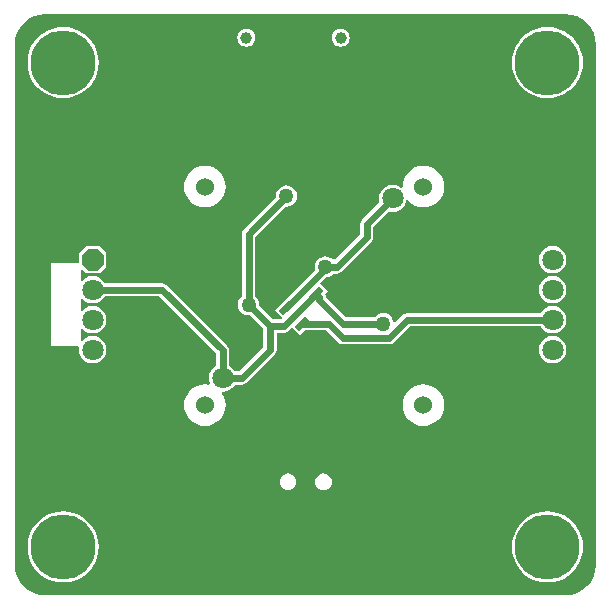
<source format=gbl>
G04 Layer_Physical_Order=2*
G04 Layer_Color=16711680*
%FSLAX44Y44*%
%MOMM*%
G71*
G01*
G75*
%ADD18C,0.6000*%
%ADD19C,1.8000*%
%ADD20C,1.0000*%
%ADD21P,1.9483X8X292.5*%
%ADD22C,1.5240*%
%ADD23C,5.5000*%
%ADD24C,1.2700*%
G04:AMPARAMS|DCode=25|XSize=1.2mm|YSize=0.55mm|CornerRadius=0mm|HoleSize=0mm|Usage=FLASHONLY|Rotation=45.000|XOffset=0mm|YOffset=0mm|HoleType=Round|Shape=Rectangle|*
%AMROTATEDRECTD25*
4,1,4,-0.2298,-0.6187,-0.6187,-0.2298,0.2298,0.6187,0.6187,0.2298,-0.2298,-0.6187,0.0*
%
%ADD25ROTATEDRECTD25*%

G36*
X475109Y495686D02*
X480022Y494196D01*
X484550Y491775D01*
X488518Y488518D01*
X491776Y484550D01*
X494196Y480022D01*
X495686Y475109D01*
X496165Y470248D01*
X496115Y470000D01*
X496115Y30000D01*
X496165Y29752D01*
X495686Y24891D01*
X494196Y19978D01*
X491776Y15450D01*
X488518Y11481D01*
X484550Y8224D01*
X480022Y5804D01*
X475109Y4314D01*
X470248Y3835D01*
X470000Y3885D01*
X30000Y3885D01*
X29752Y3835D01*
X24891Y4314D01*
X19978Y5804D01*
X15450Y8224D01*
X11481Y11481D01*
X8225Y15450D01*
X5804Y19978D01*
X4314Y24891D01*
X3934Y28750D01*
X3885Y30000D01*
X3885Y30000D01*
X3885Y31252D01*
X3885Y470000D01*
X3835Y470248D01*
X4314Y475109D01*
X5804Y480022D01*
X8225Y484550D01*
X11481Y488518D01*
X15450Y491775D01*
X19978Y494196D01*
X24891Y495686D01*
X29752Y496165D01*
X30000Y496115D01*
X470000Y496115D01*
X470248Y496165D01*
X475109Y495686D01*
D02*
G37*
%LPC*%
G36*
X350000Y182625D02*
X346562Y182286D01*
X343255Y181283D01*
X340208Y179655D01*
X337537Y177463D01*
X335345Y174792D01*
X333717Y171745D01*
X332714Y168438D01*
X332375Y165000D01*
X332714Y161562D01*
X333717Y158255D01*
X335345Y155208D01*
X337537Y152537D01*
X340208Y150345D01*
X343255Y148717D01*
X346562Y147714D01*
X350000Y147375D01*
X353438Y147714D01*
X356745Y148717D01*
X359792Y150345D01*
X362463Y152537D01*
X364655Y155208D01*
X366283Y158255D01*
X367286Y161562D01*
X367625Y165000D01*
X367286Y168438D01*
X366283Y171745D01*
X364655Y174792D01*
X362463Y177463D01*
X359792Y179655D01*
X356745Y181283D01*
X353438Y182286D01*
X350000Y182625D01*
D02*
G37*
G36*
X459500Y223540D02*
X456488Y223143D01*
X453680Y221980D01*
X451270Y220130D01*
X449420Y217720D01*
X448257Y214912D01*
X447860Y211900D01*
X448257Y208888D01*
X449420Y206080D01*
X451270Y203670D01*
X453680Y201820D01*
X456488Y200657D01*
X459500Y200261D01*
X462513Y200657D01*
X465320Y201820D01*
X467730Y203670D01*
X469580Y206080D01*
X470743Y208888D01*
X471139Y211900D01*
X470743Y214912D01*
X469580Y217720D01*
X467730Y220130D01*
X465320Y221980D01*
X462513Y223143D01*
X459500Y223540D01*
D02*
G37*
G36*
Y274340D02*
X456488Y273943D01*
X453680Y272780D01*
X451270Y270930D01*
X449420Y268520D01*
X448257Y265713D01*
X447860Y262700D01*
X448257Y259687D01*
X449420Y256880D01*
X451270Y254470D01*
X453680Y252620D01*
X456488Y251457D01*
X459500Y251060D01*
X462513Y251457D01*
X465320Y252620D01*
X467730Y254470D01*
X469580Y256880D01*
X470743Y259687D01*
X471139Y262700D01*
X470743Y265713D01*
X469580Y268520D01*
X467730Y270930D01*
X465320Y272780D01*
X462513Y273943D01*
X459500Y274340D01*
D02*
G37*
G36*
X265395Y107101D02*
X263557Y106859D01*
X261844Y106149D01*
X260374Y105021D01*
X259245Y103550D01*
X258536Y101838D01*
X258294Y100000D01*
X258536Y98162D01*
X259245Y96450D01*
X260374Y94979D01*
X261844Y93851D01*
X263557Y93141D01*
X265395Y92899D01*
X267233Y93141D01*
X268945Y93851D01*
X270416Y94979D01*
X271544Y96450D01*
X272254Y98162D01*
X272495Y100000D01*
X272254Y101838D01*
X271544Y103550D01*
X270416Y105021D01*
X268945Y106149D01*
X267233Y106859D01*
X265395Y107101D01*
D02*
G37*
G36*
X45000Y75133D02*
X40286Y74762D01*
X35688Y73658D01*
X31320Y71849D01*
X27288Y69378D01*
X23693Y66307D01*
X20622Y62712D01*
X18151Y58680D01*
X16342Y54311D01*
X15238Y49714D01*
X14867Y45000D01*
X15238Y40286D01*
X16342Y35688D01*
X18151Y31320D01*
X20622Y27288D01*
X23693Y23693D01*
X27288Y20622D01*
X31320Y18151D01*
X35688Y16342D01*
X40286Y15238D01*
X45000Y14867D01*
X49714Y15238D01*
X54312Y16342D01*
X58680Y18151D01*
X62712Y20622D01*
X66307Y23693D01*
X69378Y27288D01*
X71849Y31320D01*
X73658Y35688D01*
X74762Y40286D01*
X75133Y45000D01*
X74762Y49714D01*
X73658Y54311D01*
X71849Y58680D01*
X69378Y62712D01*
X66307Y66307D01*
X62712Y69378D01*
X58680Y71849D01*
X54312Y73658D01*
X49714Y74762D01*
X45000Y75133D01*
D02*
G37*
G36*
X455000D02*
X450286Y74762D01*
X445689Y73658D01*
X441320Y71849D01*
X437288Y69378D01*
X433693Y66307D01*
X430622Y62712D01*
X428151Y58680D01*
X426342Y54311D01*
X425238Y49714D01*
X424867Y45000D01*
X425238Y40286D01*
X426342Y35688D01*
X428151Y31320D01*
X430622Y27288D01*
X433693Y23693D01*
X437288Y20622D01*
X441320Y18151D01*
X445689Y16342D01*
X450286Y15238D01*
X455000Y14867D01*
X459714Y15238D01*
X464312Y16342D01*
X468680Y18151D01*
X472712Y20622D01*
X476307Y23693D01*
X479378Y27288D01*
X481849Y31320D01*
X483658Y35688D01*
X484762Y40286D01*
X485133Y45000D01*
X484762Y49714D01*
X483658Y54311D01*
X481849Y58680D01*
X479378Y62712D01*
X476307Y66307D01*
X472712Y69378D01*
X468680Y71849D01*
X464312Y73658D01*
X459714Y74762D01*
X455000Y75133D01*
D02*
G37*
G36*
X235395Y107101D02*
X233557Y106859D01*
X231844Y106149D01*
X230374Y105021D01*
X229245Y103550D01*
X228536Y101838D01*
X228294Y100000D01*
X228536Y98162D01*
X229245Y96450D01*
X230374Y94979D01*
X231844Y93851D01*
X233557Y93141D01*
X235395Y92899D01*
X237233Y93141D01*
X238945Y93851D01*
X240416Y94979D01*
X241544Y96450D01*
X242254Y98162D01*
X242496Y100000D01*
X242254Y101838D01*
X241544Y103550D01*
X240416Y105021D01*
X238945Y106149D01*
X237233Y106859D01*
X235395Y107101D01*
D02*
G37*
G36*
X455000Y485133D02*
X450286Y484762D01*
X445689Y483658D01*
X441320Y481849D01*
X437288Y479378D01*
X433693Y476307D01*
X430622Y472712D01*
X428151Y468680D01*
X426342Y464312D01*
X425238Y459714D01*
X424867Y455000D01*
X425238Y450286D01*
X426342Y445688D01*
X428151Y441320D01*
X430622Y437288D01*
X433693Y433693D01*
X437288Y430622D01*
X441320Y428151D01*
X445689Y426342D01*
X450286Y425238D01*
X455000Y424867D01*
X459714Y425238D01*
X464312Y426342D01*
X468680Y428151D01*
X472712Y430622D01*
X476307Y433693D01*
X479378Y437288D01*
X481849Y441320D01*
X483658Y445688D01*
X484762Y450286D01*
X485133Y455000D01*
X484762Y459714D01*
X483658Y464312D01*
X481849Y468680D01*
X479378Y472712D01*
X476307Y476307D01*
X472712Y479378D01*
X468680Y481849D01*
X464312Y483658D01*
X459714Y484762D01*
X455000Y485133D01*
D02*
G37*
G36*
X200000Y483605D02*
X198032Y483346D01*
X196197Y482586D01*
X194622Y481378D01*
X193414Y479803D01*
X192654Y477968D01*
X192395Y476000D01*
X192654Y474032D01*
X193414Y472197D01*
X194622Y470622D01*
X196197Y469414D01*
X198032Y468654D01*
X200000Y468395D01*
X201968Y468654D01*
X203803Y469414D01*
X205378Y470622D01*
X206586Y472197D01*
X207346Y474032D01*
X207605Y476000D01*
X207346Y477968D01*
X206586Y479803D01*
X205378Y481378D01*
X203803Y482586D01*
X201968Y483346D01*
X200000Y483605D01*
D02*
G37*
G36*
X280000D02*
X278032Y483346D01*
X276197Y482586D01*
X274622Y481378D01*
X273414Y479803D01*
X272654Y477968D01*
X272395Y476000D01*
X272654Y474032D01*
X273414Y472197D01*
X274622Y470622D01*
X276197Y469414D01*
X278032Y468654D01*
X280000Y468395D01*
X281968Y468654D01*
X283803Y469414D01*
X285378Y470622D01*
X286586Y472197D01*
X287346Y474032D01*
X287605Y476000D01*
X287346Y477968D01*
X286586Y479803D01*
X285378Y481378D01*
X283803Y482586D01*
X281968Y483346D01*
X280000Y483605D01*
D02*
G37*
G36*
X45000Y485133D02*
X40286Y484762D01*
X35688Y483658D01*
X31320Y481849D01*
X27288Y479378D01*
X23693Y476307D01*
X20622Y472712D01*
X18151Y468680D01*
X16342Y464312D01*
X15238Y459714D01*
X14867Y455000D01*
X15238Y450286D01*
X16342Y445688D01*
X18151Y441320D01*
X20622Y437288D01*
X23693Y433693D01*
X27288Y430622D01*
X31320Y428151D01*
X35688Y426342D01*
X40286Y425238D01*
X45000Y424867D01*
X49714Y425238D01*
X54312Y426342D01*
X58680Y428151D01*
X62712Y430622D01*
X66307Y433693D01*
X69378Y437288D01*
X71849Y441320D01*
X73658Y445688D01*
X74762Y450286D01*
X75133Y455000D01*
X74762Y459714D01*
X73658Y464312D01*
X71849Y468680D01*
X69378Y472712D01*
X66307Y476307D01*
X62712Y479378D01*
X58680Y481849D01*
X54312Y483658D01*
X49714Y484762D01*
X45000Y485133D01*
D02*
G37*
G36*
X459500Y299740D02*
X456488Y299343D01*
X453680Y298180D01*
X451270Y296330D01*
X449420Y293920D01*
X448257Y291112D01*
X447860Y288100D01*
X448257Y285088D01*
X449420Y282280D01*
X451270Y279870D01*
X453680Y278020D01*
X456488Y276857D01*
X459500Y276460D01*
X462513Y276857D01*
X465320Y278020D01*
X467730Y279870D01*
X469580Y282280D01*
X470743Y285088D01*
X471139Y288100D01*
X470743Y291112D01*
X469580Y293920D01*
X467730Y296330D01*
X465320Y298180D01*
X462513Y299343D01*
X459500Y299740D01*
D02*
G37*
G36*
X165000Y367625D02*
X161562Y367286D01*
X158255Y366283D01*
X155208Y364655D01*
X152537Y362463D01*
X150345Y359792D01*
X148717Y356745D01*
X147714Y353438D01*
X147375Y350000D01*
X147714Y346562D01*
X148717Y343255D01*
X150345Y340208D01*
X152537Y337537D01*
X155208Y335345D01*
X158255Y333717D01*
X161562Y332714D01*
X165000Y332375D01*
X168438Y332714D01*
X171745Y333717D01*
X174792Y335345D01*
X177463Y337537D01*
X179655Y340208D01*
X181283Y343255D01*
X182286Y346562D01*
X182625Y350000D01*
X182286Y353438D01*
X181283Y356745D01*
X179655Y359792D01*
X177463Y362463D01*
X174792Y364655D01*
X171745Y366283D01*
X168438Y367286D01*
X165000Y367625D01*
D02*
G37*
G36*
X350000D02*
X346562Y367286D01*
X343255Y366283D01*
X340208Y364655D01*
X337537Y362463D01*
X335345Y359792D01*
X333717Y356745D01*
X332714Y353438D01*
X332375Y350000D01*
X332405Y349697D01*
X331195Y349025D01*
X329820Y350080D01*
X327013Y351243D01*
X324000Y351640D01*
X320988Y351243D01*
X318180Y350080D01*
X315770Y348230D01*
X313920Y345820D01*
X312757Y343013D01*
X312360Y340000D01*
X312757Y336987D01*
X312828Y336816D01*
X298096Y322084D01*
X296871Y320252D01*
X296441Y318090D01*
X296442Y318090D01*
Y309865D01*
X274849Y288272D01*
X273270Y288340D01*
X271413Y289765D01*
X269251Y290661D01*
X266930Y290967D01*
X264609Y290661D01*
X262447Y289765D01*
X260590Y288340D01*
X259165Y286483D01*
X258269Y284321D01*
X257963Y282000D01*
X258267Y279691D01*
X230096Y251519D01*
X229075Y249991D01*
X224311Y245227D01*
X230775Y238763D01*
X229660Y237649D01*
X222340D01*
X210853Y249135D01*
X210967Y250000D01*
X210661Y252321D01*
X209765Y254483D01*
X208340Y256340D01*
X207649Y256871D01*
Y307660D01*
X233135Y333147D01*
X234000Y333033D01*
X236321Y333339D01*
X238483Y334235D01*
X240340Y335660D01*
X241765Y337517D01*
X242661Y339679D01*
X242967Y342000D01*
X242661Y344321D01*
X241765Y346483D01*
X240340Y348340D01*
X238483Y349765D01*
X236321Y350661D01*
X234000Y350967D01*
X231679Y350661D01*
X229517Y349765D01*
X227660Y348340D01*
X226235Y346483D01*
X225339Y344321D01*
X225033Y342000D01*
X225147Y341135D01*
X198006Y313994D01*
X196781Y312162D01*
X196351Y310000D01*
X196352Y310000D01*
Y256871D01*
X195660Y256340D01*
X194235Y254483D01*
X193339Y252321D01*
X193033Y250000D01*
X193339Y247679D01*
X194235Y245517D01*
X195660Y243660D01*
X197517Y242235D01*
X199679Y241339D01*
X202000Y241033D01*
X202865Y241147D01*
X214352Y229660D01*
Y222000D01*
X214351Y222000D01*
X214352Y222000D01*
Y214340D01*
X193660Y193648D01*
X190151D01*
X190080Y193820D01*
X188230Y196230D01*
X185820Y198080D01*
X185648Y198151D01*
Y211300D01*
X185648Y211300D01*
X185219Y213462D01*
X183994Y215294D01*
X183994Y215294D01*
X132594Y266694D01*
X130762Y267918D01*
X128600Y268349D01*
X128600Y268349D01*
X80151D01*
X80080Y268520D01*
X78230Y270930D01*
X75820Y272780D01*
X73013Y273943D01*
X70000Y274340D01*
X66988Y273943D01*
X64180Y272780D01*
X61770Y270930D01*
X61010Y269940D01*
X59740Y270372D01*
Y279391D01*
X60913Y279877D01*
X64230Y276560D01*
X75770D01*
X81540Y282330D01*
Y293870D01*
X75770Y299640D01*
X64230D01*
X58460Y293870D01*
Y285040D01*
X34660D01*
Y214960D01*
X57482D01*
X58596Y213690D01*
X58361Y211900D01*
X58757Y208888D01*
X59920Y206080D01*
X61770Y203670D01*
X64180Y201820D01*
X66988Y200657D01*
X70000Y200261D01*
X73013Y200657D01*
X75820Y201820D01*
X78230Y203670D01*
X80080Y206080D01*
X81243Y208888D01*
X81640Y211900D01*
X81243Y214912D01*
X80080Y217720D01*
X78230Y220130D01*
X75820Y221980D01*
X73013Y223143D01*
X70000Y223540D01*
X66988Y223143D01*
X64180Y221980D01*
X61770Y220130D01*
X61010Y219140D01*
X59740Y219572D01*
Y229628D01*
X61010Y230060D01*
X61770Y229070D01*
X64180Y227220D01*
X66988Y226057D01*
X70000Y225660D01*
X73013Y226057D01*
X75820Y227220D01*
X78230Y229070D01*
X80080Y231480D01*
X81243Y234287D01*
X81640Y237300D01*
X81243Y240313D01*
X80080Y243120D01*
X78230Y245530D01*
X75820Y247380D01*
X73013Y248543D01*
X70000Y248940D01*
X66988Y248543D01*
X64180Y247380D01*
X61770Y245530D01*
X61010Y244541D01*
X59740Y244972D01*
Y255028D01*
X61010Y255459D01*
X61770Y254470D01*
X64180Y252620D01*
X66988Y251457D01*
X70000Y251060D01*
X73013Y251457D01*
X75820Y252620D01*
X78230Y254470D01*
X80080Y256880D01*
X80151Y257052D01*
X126260D01*
X174352Y208960D01*
Y198151D01*
X174180Y198080D01*
X171770Y196230D01*
X169920Y193820D01*
X168757Y191012D01*
X168360Y188000D01*
X168757Y184988D01*
X169454Y183305D01*
X168510Y182264D01*
X168438Y182286D01*
X165000Y182625D01*
X161562Y182286D01*
X158255Y181283D01*
X155208Y179655D01*
X152537Y177463D01*
X150345Y174792D01*
X148717Y171745D01*
X147714Y168438D01*
X147375Y165000D01*
X147714Y161562D01*
X148717Y158255D01*
X150345Y155208D01*
X152537Y152537D01*
X155208Y150345D01*
X158255Y148717D01*
X161562Y147714D01*
X165000Y147375D01*
X168438Y147714D01*
X171745Y148717D01*
X174792Y150345D01*
X177463Y152537D01*
X179655Y155208D01*
X181283Y158255D01*
X182286Y161562D01*
X182625Y165000D01*
X182286Y168438D01*
X181283Y171745D01*
X179655Y174792D01*
X179266Y175266D01*
X179883Y176376D01*
X180000Y176360D01*
X183013Y176757D01*
X185820Y177920D01*
X188230Y179770D01*
X190080Y182180D01*
X190151Y182351D01*
X196000D01*
X196000Y182351D01*
X198162Y182781D01*
X199994Y184006D01*
X223994Y208006D01*
X223994Y208006D01*
X225219Y209838D01*
X225648Y212000D01*
X225648Y212000D01*
Y222000D01*
X225648Y222000D01*
Y226352D01*
X232000D01*
X232000Y226351D01*
X234162Y226781D01*
X235994Y228006D01*
X238763Y230775D01*
X245227Y224311D01*
X249358Y228442D01*
X267493D01*
X277819Y218116D01*
X277819Y218116D01*
X279651Y216891D01*
X281813Y216461D01*
X281813Y216462D01*
X320925D01*
X320925Y216461D01*
X323087Y216891D01*
X324919Y218116D01*
X338455Y231651D01*
X449349D01*
X449420Y231480D01*
X451270Y229070D01*
X453680Y227220D01*
X456488Y226057D01*
X459500Y225660D01*
X462513Y226057D01*
X465320Y227220D01*
X467730Y229070D01*
X469580Y231480D01*
X470743Y234287D01*
X471139Y237300D01*
X470743Y240313D01*
X469580Y243120D01*
X467730Y245530D01*
X465320Y247380D01*
X462513Y248543D01*
X459500Y248940D01*
X456488Y248543D01*
X453680Y247380D01*
X451270Y245530D01*
X449420Y243120D01*
X449349Y242949D01*
X336115D01*
X333953Y242519D01*
X332121Y241294D01*
X332121Y241294D01*
X325966Y235139D01*
X324763Y235547D01*
X324661Y236321D01*
X323765Y238483D01*
X322340Y240340D01*
X320483Y241765D01*
X318321Y242661D01*
X316000Y242967D01*
X313679Y242661D01*
X311517Y241765D01*
X309660Y240340D01*
X309129Y239648D01*
X284340D01*
X267649Y256340D01*
Y256385D01*
X267649Y256385D01*
X267219Y258546D01*
X266742Y259260D01*
X268972Y261490D01*
X262508Y267955D01*
X267686Y273133D01*
X269251Y273339D01*
X271413Y274235D01*
X273270Y275660D01*
X273801Y276352D01*
X276565D01*
X276565Y276351D01*
X278727Y276781D01*
X280559Y278006D01*
X306084Y303531D01*
X307309Y305364D01*
X307739Y307525D01*
X307739Y307525D01*
Y315750D01*
X320816Y328828D01*
X320988Y328757D01*
X324000Y328360D01*
X327013Y328757D01*
X329820Y329920D01*
X332230Y331770D01*
X334080Y334180D01*
X335243Y336987D01*
X335414Y338288D01*
X336635Y338637D01*
X337537Y337537D01*
X340208Y335345D01*
X343255Y333717D01*
X346562Y332714D01*
X350000Y332375D01*
X353438Y332714D01*
X356745Y333717D01*
X359792Y335345D01*
X362463Y337537D01*
X364655Y340208D01*
X366283Y343255D01*
X367286Y346562D01*
X367625Y350000D01*
X367286Y353438D01*
X366283Y356745D01*
X364655Y359792D01*
X362463Y362463D01*
X359792Y364655D01*
X356745Y366283D01*
X353438Y367286D01*
X350000Y367625D01*
D02*
G37*
%LPD*%
D18*
X336115Y237300D02*
X459500D01*
X320925Y222110D02*
X336115Y237300D01*
X281813Y222110D02*
X320925D01*
X269833Y234090D02*
X281813Y222110D01*
X247525Y234090D02*
X269833D01*
X266930Y280365D02*
Y282000D01*
X234090Y247525D02*
X266930Y280365D01*
X232000Y232000D02*
X259192Y259192D01*
X262000Y256385D01*
Y254000D02*
Y256385D01*
X220000Y222000D02*
Y232000D01*
X232000D01*
X220000D02*
X220000D01*
X202000Y250000D02*
X220000Y232000D01*
Y222000D02*
X220000Y222000D01*
X220000Y212000D02*
Y222000D01*
X196000Y188000D02*
X220000Y212000D01*
X202000Y250000D02*
Y310000D01*
X262000Y254000D02*
X282000Y234000D01*
X316000D01*
X202000Y310000D02*
X234000Y342000D01*
X276565Y282000D02*
X302090Y307525D01*
X266930Y282000D02*
X276565D01*
X180000Y188000D02*
X196000D01*
X302090Y318090D02*
X324000Y340000D01*
X302090Y307525D02*
Y318090D01*
X180000Y188000D02*
Y211300D01*
X128600Y262700D02*
X180000Y211300D01*
X70000Y262700D02*
X128600D01*
D19*
X180000Y188000D02*
D03*
X324000Y340000D02*
D03*
X459500Y288100D02*
D03*
Y211900D02*
D03*
Y237300D02*
D03*
Y262700D02*
D03*
X70000D02*
D03*
Y237300D02*
D03*
Y211900D02*
D03*
D20*
X200000Y476000D02*
D03*
X280000D02*
D03*
D21*
X70000Y288100D02*
D03*
D22*
X350000Y165000D02*
D03*
X165000Y350000D02*
D03*
X350000D02*
D03*
X165000Y165000D02*
D03*
D23*
X45000Y455000D02*
D03*
X455000D02*
D03*
X45000Y45000D02*
D03*
X455000D02*
D03*
D24*
X202000Y250000D02*
D03*
X316000Y234000D02*
D03*
X266930Y282000D02*
D03*
X234000Y342000D02*
D03*
D25*
X247525Y234090D02*
D03*
X234090Y247525D02*
D03*
X259192Y259192D02*
D03*
M02*

</source>
